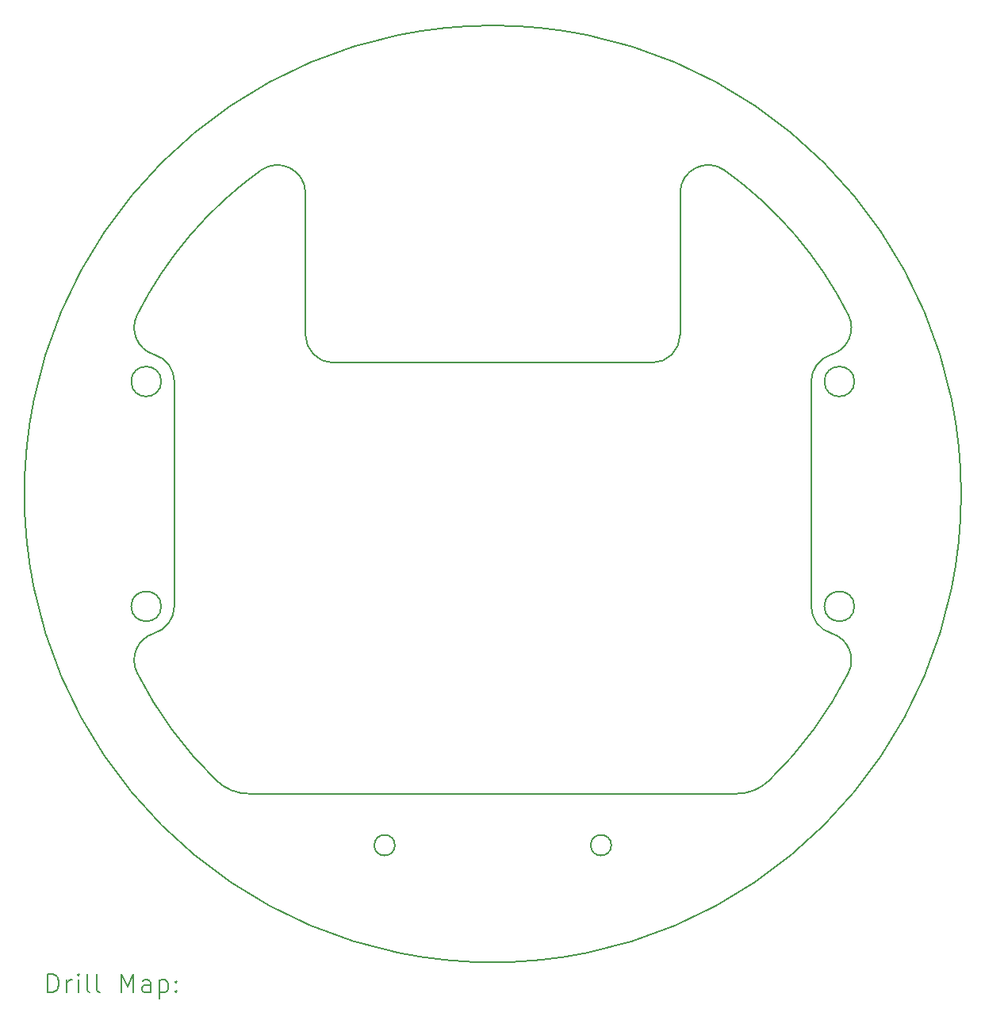
<source format=gbr>
%TF.GenerationSoftware,KiCad,Pcbnew,7.0.9*%
%TF.CreationDate,2024-01-11T17:52:59+09:00*%
%TF.ProjectId,SensorBoard,53656e73-6f72-4426-9f61-72642e6b6963,rev?*%
%TF.SameCoordinates,Original*%
%TF.FileFunction,Drillmap*%
%TF.FilePolarity,Positive*%
%FSLAX45Y45*%
G04 Gerber Fmt 4.5, Leading zero omitted, Abs format (unit mm)*
G04 Created by KiCad (PCBNEW 7.0.9) date 2024-01-11 17:52:59*
%MOMM*%
%LPD*%
G01*
G04 APERTURE LIST*
%ADD10C,0.200000*%
G04 APERTURE END LIST*
D10*
X15673896Y-8760000D02*
X12273896Y-8760000D01*
X17373899Y-11359899D02*
G75*
G03*
X17588250Y-11647514I300001J-101D01*
G01*
X17833896Y-8960000D02*
G75*
G03*
X17833896Y-8960000I-160000J0D01*
G01*
X10433896Y-11360000D02*
G75*
G03*
X10433896Y-11360000I-160000J0D01*
G01*
X16576299Y-13359999D02*
G75*
G03*
X16923286Y-13220000I1J499999D01*
G01*
X15673896Y-8759996D02*
G75*
G03*
X15973896Y-8460000I4J299996D01*
G01*
X15973896Y-6948692D02*
X15973896Y-8460000D01*
X12928896Y-13910000D02*
G75*
G03*
X12928896Y-13910000I-110000J0D01*
G01*
X17770605Y-12069841D02*
G75*
G03*
X17588250Y-11647515I-268005J134811D01*
G01*
X11024508Y-13219999D02*
G75*
G03*
X11371493Y-13360000I346992J360009D01*
G01*
X10433896Y-8960000D02*
G75*
G03*
X10433896Y-8960000I-160000J0D01*
G01*
X16923285Y-13219999D02*
G75*
G03*
X17770606Y-12069842I-2949385J3059999D01*
G01*
X17588249Y-8672483D02*
G75*
G03*
X17373896Y-8960000I85651J-287517D01*
G01*
X10177180Y-8250155D02*
G75*
G03*
X10359543Y-8672485I268000J-134815D01*
G01*
X10359542Y-11647512D02*
G75*
G03*
X10573896Y-11360000I-85642J287512D01*
G01*
X16448584Y-6704789D02*
G75*
G03*
X15973896Y-6948692I-174684J-243901D01*
G01*
X11973896Y-8460000D02*
X11973896Y-6948692D01*
X17588250Y-8672486D02*
G75*
G03*
X17770606Y-8250158I-85650J287516D01*
G01*
X11973901Y-6948692D02*
G75*
G03*
X11499212Y-6704795I-300001J2D01*
G01*
X18973896Y-10160000D02*
G75*
G03*
X18973896Y-10160000I-5000000J0D01*
G01*
X10177187Y-12069841D02*
G75*
G03*
X11024506Y-13220000I3796713J1909841D01*
G01*
X17770607Y-8250158D02*
G75*
G03*
X16448580Y-6704795I-3796707J-1909842D01*
G01*
X10573899Y-8960000D02*
G75*
G03*
X10359543Y-8672486I-299999J0D01*
G01*
X15238896Y-13910000D02*
G75*
G03*
X15238896Y-13910000I-110000J0D01*
G01*
X11973900Y-8460000D02*
G75*
G03*
X12273896Y-8760000I300000J0D01*
G01*
X17833896Y-11360000D02*
G75*
G03*
X17833896Y-11360000I-160000J0D01*
G01*
X10573896Y-8960000D02*
X10573896Y-11360000D01*
X17373896Y-11359899D02*
X17373896Y-8960000D01*
X10359543Y-11647515D02*
G75*
G03*
X10177186Y-12069842I85647J-287515D01*
G01*
X11499212Y-6704794D02*
G75*
G03*
X10177186Y-8250158I2474688J-3455206D01*
G01*
X11371493Y-13360000D02*
X16576299Y-13360000D01*
X9224673Y-15481484D02*
X9224673Y-15281484D01*
X9224673Y-15281484D02*
X9272292Y-15281484D01*
X9272292Y-15281484D02*
X9300863Y-15291008D01*
X9300863Y-15291008D02*
X9319911Y-15310055D01*
X9319911Y-15310055D02*
X9329435Y-15329103D01*
X9329435Y-15329103D02*
X9338959Y-15367198D01*
X9338959Y-15367198D02*
X9338959Y-15395769D01*
X9338959Y-15395769D02*
X9329435Y-15433865D01*
X9329435Y-15433865D02*
X9319911Y-15452912D01*
X9319911Y-15452912D02*
X9300863Y-15471960D01*
X9300863Y-15471960D02*
X9272292Y-15481484D01*
X9272292Y-15481484D02*
X9224673Y-15481484D01*
X9424673Y-15481484D02*
X9424673Y-15348150D01*
X9424673Y-15386246D02*
X9434197Y-15367198D01*
X9434197Y-15367198D02*
X9443721Y-15357674D01*
X9443721Y-15357674D02*
X9462768Y-15348150D01*
X9462768Y-15348150D02*
X9481816Y-15348150D01*
X9548482Y-15481484D02*
X9548482Y-15348150D01*
X9548482Y-15281484D02*
X9538959Y-15291008D01*
X9538959Y-15291008D02*
X9548482Y-15300531D01*
X9548482Y-15300531D02*
X9558006Y-15291008D01*
X9558006Y-15291008D02*
X9548482Y-15281484D01*
X9548482Y-15281484D02*
X9548482Y-15300531D01*
X9672292Y-15481484D02*
X9653244Y-15471960D01*
X9653244Y-15471960D02*
X9643721Y-15452912D01*
X9643721Y-15452912D02*
X9643721Y-15281484D01*
X9777054Y-15481484D02*
X9758006Y-15471960D01*
X9758006Y-15471960D02*
X9748482Y-15452912D01*
X9748482Y-15452912D02*
X9748482Y-15281484D01*
X10005625Y-15481484D02*
X10005625Y-15281484D01*
X10005625Y-15281484D02*
X10072292Y-15424341D01*
X10072292Y-15424341D02*
X10138959Y-15281484D01*
X10138959Y-15281484D02*
X10138959Y-15481484D01*
X10319911Y-15481484D02*
X10319911Y-15376722D01*
X10319911Y-15376722D02*
X10310387Y-15357674D01*
X10310387Y-15357674D02*
X10291340Y-15348150D01*
X10291340Y-15348150D02*
X10253244Y-15348150D01*
X10253244Y-15348150D02*
X10234197Y-15357674D01*
X10319911Y-15471960D02*
X10300863Y-15481484D01*
X10300863Y-15481484D02*
X10253244Y-15481484D01*
X10253244Y-15481484D02*
X10234197Y-15471960D01*
X10234197Y-15471960D02*
X10224673Y-15452912D01*
X10224673Y-15452912D02*
X10224673Y-15433865D01*
X10224673Y-15433865D02*
X10234197Y-15414817D01*
X10234197Y-15414817D02*
X10253244Y-15405293D01*
X10253244Y-15405293D02*
X10300863Y-15405293D01*
X10300863Y-15405293D02*
X10319911Y-15395769D01*
X10415149Y-15348150D02*
X10415149Y-15548150D01*
X10415149Y-15357674D02*
X10434197Y-15348150D01*
X10434197Y-15348150D02*
X10472292Y-15348150D01*
X10472292Y-15348150D02*
X10491340Y-15357674D01*
X10491340Y-15357674D02*
X10500863Y-15367198D01*
X10500863Y-15367198D02*
X10510387Y-15386246D01*
X10510387Y-15386246D02*
X10510387Y-15443388D01*
X10510387Y-15443388D02*
X10500863Y-15462436D01*
X10500863Y-15462436D02*
X10491340Y-15471960D01*
X10491340Y-15471960D02*
X10472292Y-15481484D01*
X10472292Y-15481484D02*
X10434197Y-15481484D01*
X10434197Y-15481484D02*
X10415149Y-15471960D01*
X10596102Y-15462436D02*
X10605625Y-15471960D01*
X10605625Y-15471960D02*
X10596102Y-15481484D01*
X10596102Y-15481484D02*
X10586578Y-15471960D01*
X10586578Y-15471960D02*
X10596102Y-15462436D01*
X10596102Y-15462436D02*
X10596102Y-15481484D01*
X10596102Y-15357674D02*
X10605625Y-15367198D01*
X10605625Y-15367198D02*
X10596102Y-15376722D01*
X10596102Y-15376722D02*
X10586578Y-15367198D01*
X10586578Y-15367198D02*
X10596102Y-15357674D01*
X10596102Y-15357674D02*
X10596102Y-15376722D01*
M02*

</source>
